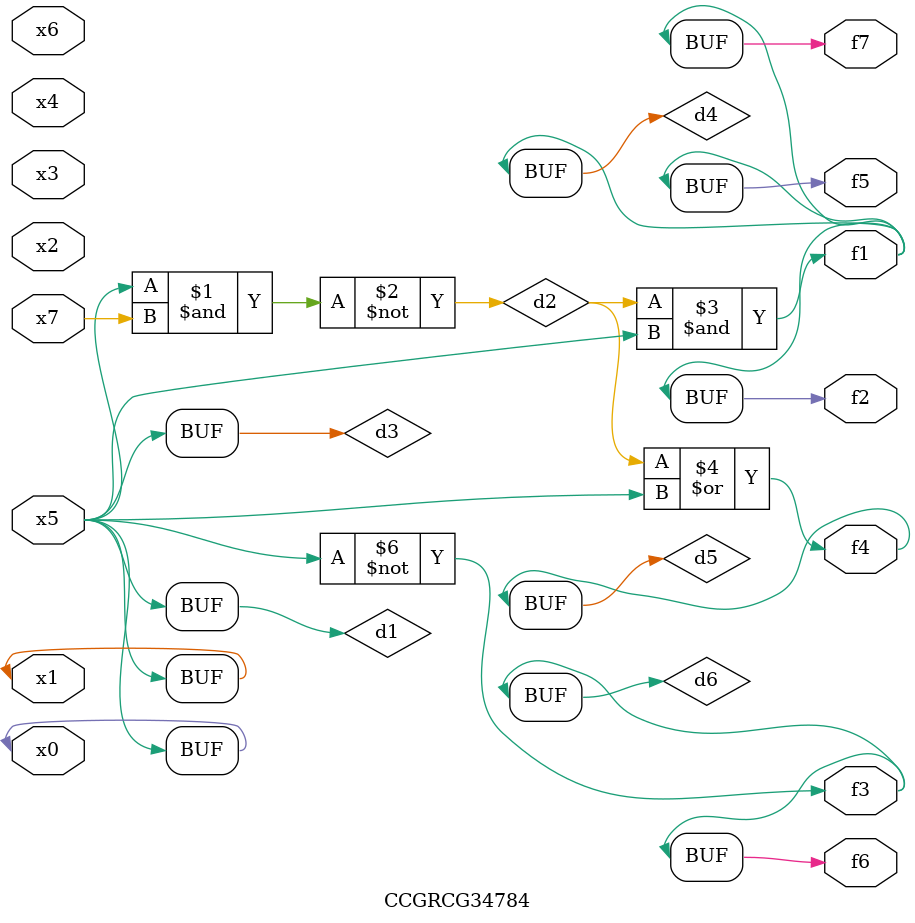
<source format=v>
module CCGRCG34784(
	input x0, x1, x2, x3, x4, x5, x6, x7,
	output f1, f2, f3, f4, f5, f6, f7
);

	wire d1, d2, d3, d4, d5, d6;

	buf (d1, x0, x5);
	nand (d2, x5, x7);
	buf (d3, x0, x1);
	and (d4, d2, d3);
	or (d5, d2, d3);
	nor (d6, d1, d3);
	assign f1 = d4;
	assign f2 = d4;
	assign f3 = d6;
	assign f4 = d5;
	assign f5 = d4;
	assign f6 = d6;
	assign f7 = d4;
endmodule

</source>
